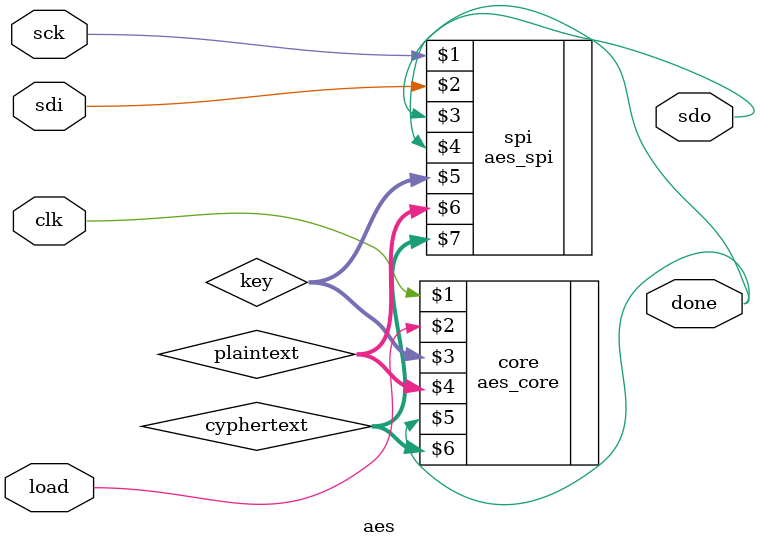
<source format=sv>


module aes(input  logic clk,
         input  logic sck,
         input  logic sdi,
         output logic sdo,
         input  logic load,
         output logic done);
                
  logic [127:0] key, plaintext, cyphertext;
  logic int_osc;
  
   // Internal high-speed oscillator
   // HSOSC #(.CLKHF_DIV(2'b11))
       // hf_osc (.CLKHFPU(1'b1), .CLKHFEN(1'b1), .CLKHF(int_osc));

        
  aes_spi spi(sck, sdi, sdo, done, key, plaintext, cyphertext); 
  aes_core core(clk, load, key, plaintext, done, cyphertext); // for tb this is clk
endmodule







/////////////////////////////////////////////
// sbox
//   Infamous AES byte substitutions with magic numbers
//   Combinational version which is mapped to LUTs (logic cells)
//   Section 5.1.1, Figure 7
/////////////////////////////////////////////
// module sbox(input  logic [7:0] a,
          // output logic [7:0] y);
        
	// sbox implemented as a ROM
	// This module is combinational and will be inferred using LUTs (logic cells)
	// logic [7:0] sbox[0:255];




	// initial   $readmemh("sbox.txt", sbox);
	// assign y = sbox[a];
// endmodule





















</source>
